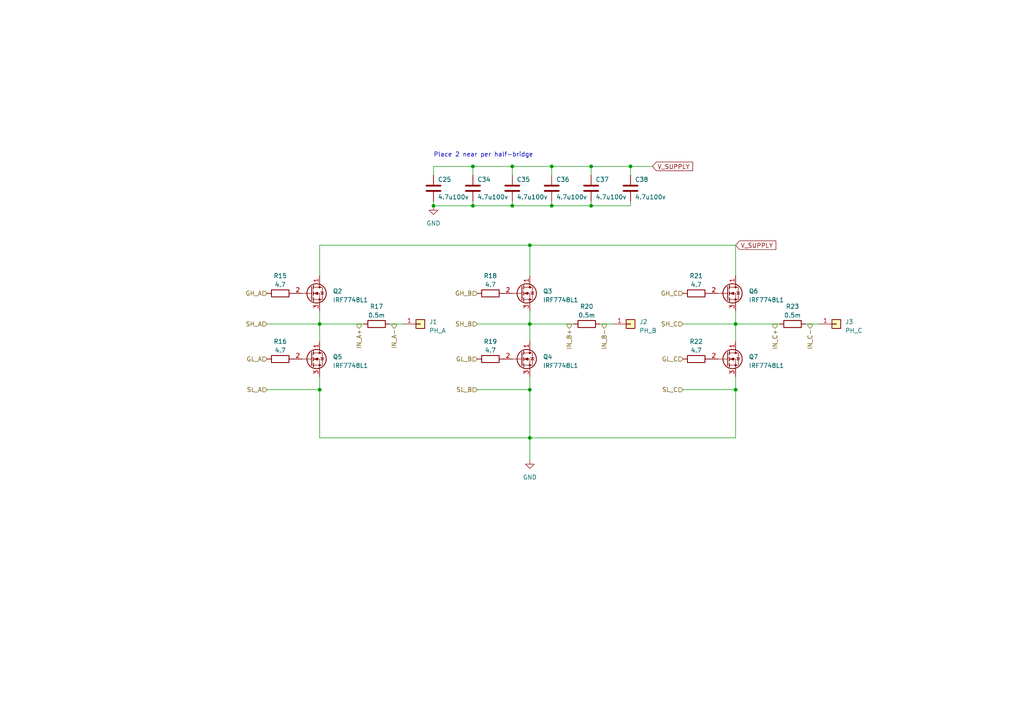
<source format=kicad_sch>
(kicad_sch (version 20230121) (generator eeschema)
  (paper "A4")
  (lib_symbols
    (symbol "Connector_Generic:Conn_01x01" (pin_names (offset 1.016) hide)
      (property "Reference" "J" (at 0 2.54 0))
      (property "Value" "Conn_01x01" (at 0 -2.54 0))
      (symbol "Conn_01x01_1_1"
        (rectangle (start -1.27 0.127) (end 0 -0.127) (stroke (width 0.1524)))
        (rectangle (start -1.27 1.27) (end 1.27 -1.27) (stroke (width 0.254)) (fill (type background)))
        (pin passive line (at -5.08 0 0) (length 3.81) (name "Pin_1") (number "1"))
      )
    )
    (symbol "Device:C" (pin_numbers hide) (pin_names (offset 0.254))
      (property "Reference" "C" (at 0.635 2.54 0))
      (property "Value" "C" (at 0.635 -2.54 0))
      (symbol "C_0_1"
        (polyline (pts (xy -2.032 -0.762) (xy 2.032 -0.762)) (stroke (width 0.508)))
        (polyline (pts (xy -2.032 0.762) (xy 2.032 0.762)) (stroke (width 0.508)))
      )
      (symbol "C_1_1"
        (pin passive line (at 0 3.81 270) (length 2.794) (name "~") (number "1"))
        (pin passive line (at 0 -3.81 90) (length 2.794) (name "~") (number "2"))
      )
    )
    (symbol "Device:R" (pin_numbers hide) (pin_names (offset 0))
      (property "Reference" "R" (at 2.032 0 90))
      (property "Value" "R" (at 0 0 90))
      (symbol "R_0_1"
        (rectangle (start -1.016 -2.54) (end 1.016 2.54) (stroke (width 0.254)))
      )
      (symbol "R_1_1"
        (pin passive line (at 0 3.81 270) (length 1.27) (name "~") (number "1"))
        (pin passive line (at 0 -3.81 90) (length 1.27) (name "~") (number "2"))
      )
    )
    (symbol "Transistor_FET:IRF7748L1" (pin_names hide)
      (property "Reference" "Q" (at 5.08 1.905 0))
      (property "Value" "IRF7748L1" (at 5.08 0 0))
      (symbol "IRF7748L1_0_1"
        (polyline (pts (xy 0.254 0) (xy -2.54 0)))
        (polyline (pts (xy 0.254 1.905) (xy 0.254 -1.905)) (stroke (width 0.254)))
        (polyline (pts (xy 0.762 -1.27) (xy 0.762 -2.286)) (stroke (width 0.254)))
        (polyline (pts (xy 0.762 0.508) (xy 0.762 -0.508)) (stroke (width 0.254)))
        (polyline (pts (xy 0.762 2.286) (xy 0.762 1.27)) (stroke (width 0.254)))
        (polyline (pts (xy 2.54 2.54) (xy 2.54 1.778)))
        (polyline (pts (xy 2.54 -2.54) (xy 2.54 0) (xy 0.762 0)))
        (polyline (pts (xy 0.762 -1.778) (xy 3.302 -1.778) (xy 3.302 1.778) (xy 0.762 1.778)))
        (polyline (pts (xy 1.016 0) (xy 2.032 0.381) (xy 2.032 -0.381) (xy 1.016 0)) (fill (type outline)))
        (polyline (pts (xy 2.794 0.508) (xy 2.921 0.381) (xy 3.683 0.381) (xy 3.81 0.254)))
        (polyline (pts (xy 3.302 0.381) (xy 2.921 -0.254) (xy 3.683 -0.254) (xy 3.302 0.381)))
        (circle (center 1.651 0) (radius 2.794) (stroke (width 0.254)))
        (circle (center 2.54 -1.778) (radius 0.254) (fill (type outline)))
        (circle (center 2.54 1.778) (radius 0.254) (fill (type outline)))
      )
      (symbol "IRF7748L1_1_1"
        (pin passive line (at 2.54 5.08 270) (length 2.54) (name "D") (number "1"))
        (pin input line (at -5.08 0 0) (length 2.54) (name "G") (number "2"))
        (pin passive line (at 2.54 -5.08 90) (length 2.54) (name "S") (number "3"))
      )
    )
    (symbol "power:GND" (power) (pin_names (offset 0))
      (property "Value" "GND" (at 0 -3.81 0))
      (symbol "GND_0_1"
        (polyline (pts (xy 0 0) (xy 0 -1.27) (xy 1.27 -1.27) (xy 0 -2.54) (xy -1.27 -1.27) (xy 0 -1.27)))
      )
      (symbol "GND_1_1"
        (pin power_in line (at 0 0 270) (length 0) hide (name "GND") (number "1"))
      )
    )
  )
  (junction (at 160.02 59.69))
  (junction (at 92.71 113.03))
  (junction (at 160.02 48.26))
  (junction (at 213.36 93.98))
  (junction (at 182.88 48.26))
  (junction (at 137.16 48.26))
  (junction (at 213.36 113.03))
  (junction (at 148.59 59.69))
  (junction (at 153.67 93.98))
  (junction (at 125.73 59.69))
  (junction (at 171.45 59.69))
  (junction (at 153.67 113.03))
  (junction (at 137.16 59.69))
  (junction (at 148.59 48.26))
  (junction (at 153.67 127))
  (junction (at 92.71 93.98))
  (junction (at 153.67 71.12))
  (junction (at 171.45 48.26))
  (wire (pts (xy 153.67 127) (xy 153.67 113.03)))
  (wire (pts (xy 160.02 59.69) (xy 171.45 59.69)))
  (wire (pts (xy 213.36 127) (xy 213.36 113.03)))
  (wire (pts (xy 138.43 93.98) (xy 153.67 93.98)))
  (wire (pts (xy 92.71 127) (xy 153.67 127)))
  (wire (pts (xy 92.71 71.12) (xy 153.67 71.12)))
  (wire (pts (xy 137.16 48.26) (xy 125.73 48.26)))
  (wire (pts (xy 153.67 93.98) (xy 166.37 93.98)))
  (wire (pts (xy 160.02 48.26) (xy 148.59 48.26)))
  (wire (pts (xy 153.67 93.98) (xy 153.67 99.06)))
  (wire (pts (xy 153.67 71.12) (xy 213.36 71.12)))
  (wire (pts (xy 92.71 93.98) (xy 105.41 93.98)))
  (wire (pts (xy 160.02 48.26) (xy 160.02 50.8)))
  (wire (pts (xy 92.71 93.98) (xy 92.71 99.06)))
  (wire (pts (xy 171.45 48.26) (xy 171.45 50.8)))
  (wire (pts (xy 233.68 93.98) (xy 237.49 93.98)))
  (wire (pts (xy 198.12 93.98) (xy 213.36 93.98)))
  (wire (pts (xy 92.71 71.12) (xy 92.71 80.01)))
  (wire (pts (xy 171.45 48.26) (xy 160.02 48.26)))
  (wire (pts (xy 189.23 48.26) (xy 182.88 48.26)))
  (wire (pts (xy 148.59 59.69) (xy 160.02 59.69)))
  (wire (pts (xy 153.67 71.12) (xy 153.67 80.01)))
  (wire (pts (xy 171.45 58.42) (xy 171.45 59.69)))
  (wire (pts (xy 182.88 48.26) (xy 182.88 50.8)))
  (wire (pts (xy 92.71 113.03) (xy 92.71 127)))
  (wire (pts (xy 153.67 109.22) (xy 153.67 113.03)))
  (wire (pts (xy 213.36 93.98) (xy 226.06 93.98)))
  (wire (pts (xy 92.71 109.22) (xy 92.71 113.03)))
  (wire (pts (xy 213.36 109.22) (xy 213.36 113.03)))
  (wire (pts (xy 160.02 58.42) (xy 160.02 59.69)))
  (wire (pts (xy 148.59 58.42) (xy 148.59 59.69)))
  (wire (pts (xy 153.67 127) (xy 213.36 127)))
  (wire (pts (xy 77.47 93.98) (xy 92.71 93.98)))
  (wire (pts (xy 138.43 113.03) (xy 153.67 113.03)))
  (wire (pts (xy 213.36 90.17) (xy 213.36 93.98)))
  (wire (pts (xy 148.59 48.26) (xy 137.16 48.26)))
  (wire (pts (xy 125.73 48.26) (xy 125.73 50.8)))
  (wire (pts (xy 125.73 58.42) (xy 125.73 59.69)))
  (wire (pts (xy 153.67 90.17) (xy 153.67 93.98)))
  (wire (pts (xy 153.67 127) (xy 153.67 133.35)))
  (wire (pts (xy 77.47 113.03) (xy 92.71 113.03)))
  (wire (pts (xy 173.99 93.98) (xy 177.8 93.98)))
  (wire (pts (xy 137.16 48.26) (xy 137.16 50.8)))
  (wire (pts (xy 125.73 59.69) (xy 137.16 59.69)))
  (wire (pts (xy 113.03 93.98) (xy 116.84 93.98)))
  (wire (pts (xy 137.16 59.69) (xy 148.59 59.69)))
  (wire (pts (xy 92.71 90.17) (xy 92.71 93.98)))
  (wire (pts (xy 182.88 48.26) (xy 171.45 48.26)))
  (wire (pts (xy 171.45 59.69) (xy 182.88 59.69)))
  (wire (pts (xy 148.59 48.26) (xy 148.59 50.8)))
  (wire (pts (xy 198.12 113.03) (xy 213.36 113.03)))
  (wire (pts (xy 213.36 93.98) (xy 213.36 99.06)))
  (wire (pts (xy 137.16 58.42) (xy 137.16 59.69)))
  (wire (pts (xy 213.36 71.12) (xy 213.36 80.01)))
  (wire (pts (xy 182.88 58.42) (xy 182.88 59.69)))
  (text "Place 2 near per half-bridge" (at 125.73 45.72 0) (effects (font (size 1.27 1.27)) (justify left bottom)))
  (global_label "V_SUPPLY" (shape input) (at 213.36 71.12 0) (property "Intersheetrefs" "${INTERSHEET_REFS}" (effects hide)))
  (global_label "V_SUPPLY" (shape input) (at 189.23 48.26 0) (property "Intersheetrefs" "${INTERSHEET_REFS}" (effects hide)))
  (hierarchical_label "IN_A-" (shape output) (at 114.3 93.98 270))
  (hierarchical_label "GH_B" (shape input) (at 138.43 85.09 180))
  (hierarchical_label "GL_C" (shape input) (at 198.12 104.14 180))
  (hierarchical_label "IN_A+" (shape output) (at 104.14 93.98 270))
  (hierarchical_label "IN_B+" (shape output) (at 165.1 93.98 270))
  (hierarchical_label "SL_A" (shape input) (at 77.47 113.03 180))
  (hierarchical_label "SH_B" (shape input) (at 138.43 93.98 180))
  (hierarchical_label "SL_B" (shape input) (at 138.43 113.03 180))
  (hierarchical_label "GL_A" (shape input) (at 77.47 104.14 180))
  (hierarchical_label "GL_B" (shape input) (at 138.43 104.14 180))
  (hierarchical_label "SL_C" (shape input) (at 198.12 113.03 180))
  (hierarchical_label "IN_C-" (shape output) (at 234.95 93.98 270))
  (hierarchical_label "IN_C+" (shape output) (at 224.79 93.98 270))
  (hierarchical_label "SH_A" (shape input) (at 77.47 93.98 180))
  (hierarchical_label "SH_C" (shape input) (at 198.12 93.98 180))
  (hierarchical_label "GH_C" (shape input) (at 198.12 85.09 180))
  (hierarchical_label "GH_A" (shape input) (at 77.47 85.09 180))
  (hierarchical_label "IN_B-" (shape output) (at 175.26 93.98 270))
  (symbol (lib_id "Device:C") (at 160.02 54.61 0) (unit 1)
    (property "Reference" "C36" (at 161.29 52.07 0) (effects (justify left)))
    (property "Value" "4.7u100v" (at 161.29 57.15 0) (effects (justify left)))
  )
  (symbol (lib_id "Transistor_FET:IRF7748L1") (at 210.82 85.09 0) (unit 1)
    (property "Reference" "Q6" (at 217.17 84.455 0) (effects (justify left)))
    (property "Value" "IRF7748L1" (at 217.17 86.995 0) (effects (justify left)))
    (property "Footprint" "Package_DirectFET:DirectFET_L6" (effects hide))
    (property "Datasheet" "https://www.infineon.com/dgdl/irf7748l1pbf.pdf?fileId=5546d462533600a40153560434c11c9e" (effects hide))
  )
  (symbol (lib_id "Transistor_FET:IRF7748L1") (at 151.13 104.14 0) (unit 1)
    (property "Reference" "Q4" (at 157.48 103.505 0) (effects (justify left)))
    (property "Value" "IRF7748L1" (at 157.48 106.045 0) (effects (justify left)))
    (property "Footprint" "Package_DirectFET:DirectFET_L6" (effects hide))
    (property "Datasheet" "https://www.infineon.com/dgdl/irf7748l1pbf.pdf?fileId=5546d462533600a40153560434c11c9e" (effects hide))
  )
  (symbol (lib_id "Device:C") (at 125.73 54.61 0) (unit 1)
    (property "Reference" "C25" (at 127 52.07 0) (effects (justify left)))
    (property "Value" "4.7u100v" (at 127 57.15 0) (effects (justify left)))
  )
  (symbol (lib_id "Device:C") (at 148.59 54.61 0) (unit 1)
    (property "Reference" "C35" (at 149.86 52.07 0) (effects (justify left)))
    (property "Value" "4.7u100v" (at 149.86 57.15 0) (effects (justify left)))
  )
  (symbol (lib_id "Device:R") (at 201.93 104.14 90) (unit 1)
    (property "Reference" "R22" (at 201.93 99.06 90))
    (property "Value" "4.7" (at 201.93 101.6 90))
  )
  (symbol (lib_id "Device:C") (at 137.16 54.61 0) (unit 1)
    (property "Reference" "C34" (at 138.43 52.07 0) (effects (justify left)))
    (property "Value" "4.7u100v" (at 138.43 57.15 0) (effects (justify left)))
  )
  (symbol (lib_id "Device:R") (at 81.28 104.14 90) (unit 1)
    (property "Reference" "R16" (at 81.28 99.06 90))
    (property "Value" "4.7" (at 81.28 101.6 90))
  )
  (symbol (lib_id "Transistor_FET:IRF7748L1") (at 90.17 85.09 0) (unit 1)
    (property "Reference" "Q2" (at 96.52 84.455 0) (effects (justify left)))
    (property "Value" "IRF7748L1" (at 96.52 86.995 0) (effects (justify left)))
    (property "Footprint" "Package_DirectFET:DirectFET_L6" (effects hide))
    (property "Datasheet" "https://www.infineon.com/dgdl/irf7748l1pbf.pdf?fileId=5546d462533600a40153560434c11c9e" (effects hide))
  )
  (symbol (lib_id "Transistor_FET:IRF7748L1") (at 151.13 85.09 0) (unit 1)
    (property "Reference" "Q3" (at 157.48 84.455 0) (effects (justify left)))
    (property "Value" "IRF7748L1" (at 157.48 86.995 0) (effects (justify left)))
    (property "Footprint" "Package_DirectFET:DirectFET_L6" (effects hide))
    (property "Datasheet" "https://www.infineon.com/dgdl/irf7748l1pbf.pdf?fileId=5546d462533600a40153560434c11c9e" (effects hide))
  )
  (symbol (lib_id "Device:R") (at 142.24 104.14 90) (unit 1)
    (property "Reference" "R19" (at 142.24 99.06 90))
    (property "Value" "4.7" (at 142.24 101.6 90))
  )
  (symbol (lib_id "Device:R") (at 201.93 85.09 90) (unit 1)
    (property "Reference" "R21" (at 201.93 80.01 90))
    (property "Value" "4.7" (at 201.93 82.55 90))
  )
  (symbol (lib_id "Connector_Generic:Conn_01x01") (at 242.57 93.98 0) (unit 1)
    (property "Reference" "J3" (at 245.11 93.345 0) (effects (justify left)))
    (property "Value" "PH_C" (at 245.11 95.885 0) (effects (justify left)))
  )
  (symbol (lib_id "Transistor_FET:IRF7748L1") (at 90.17 104.14 0) (unit 1)
    (property "Reference" "Q5" (at 96.52 103.505 0) (effects (justify left)))
    (property "Value" "IRF7748L1" (at 96.52 106.045 0) (effects (justify left)))
    (property "Footprint" "Package_DirectFET:DirectFET_L6" (effects hide))
    (property "Datasheet" "https://www.infineon.com/dgdl/irf7748l1pbf.pdf?fileId=5546d462533600a40153560434c11c9e" (effects hide))
  )
  (symbol (lib_id "Transistor_FET:IRF7748L1") (at 210.82 104.14 0) (unit 1)
    (property "Reference" "Q7" (at 217.17 103.505 0) (effects (justify left)))
    (property "Value" "IRF7748L1" (at 217.17 106.045 0) (effects (justify left)))
    (property "Footprint" "Package_DirectFET:DirectFET_L6" (effects hide))
    (property "Datasheet" "https://www.infineon.com/dgdl/irf7748l1pbf.pdf?fileId=5546d462533600a40153560434c11c9e" (effects hide))
  )
  (symbol (lib_id "Device:R") (at 170.18 93.98 90) (unit 1)
    (property "Reference" "R20" (at 170.18 88.9 90))
    (property "Value" "0.5m" (at 170.18 91.44 90))
  )
  (symbol (lib_id "power:GND") (at 153.67 133.35 0) (unit 1)
    (property "Reference" "#PWR036" (effects hide))
    (property "Value" "GND" (at 153.67 138.43 0))
  )
  (symbol (lib_id "Device:R") (at 229.87 93.98 90) (unit 1)
    (property "Reference" "R23" (at 229.87 88.9 90))
    (property "Value" "0.5m" (at 229.87 91.44 90))
  )
  (symbol (lib_id "power:GND") (at 125.73 59.69 0) (unit 1)
    (property "Reference" "#PWR037" (effects hide))
    (property "Value" "GND" (at 125.73 64.77 0))
  )
  (symbol (lib_id "Device:C") (at 182.88 54.61 0) (unit 1)
    (property "Reference" "C38" (at 184.15 52.07 0) (effects (justify left)))
    (property "Value" "4.7u100v" (at 184.15 57.15 0) (effects (justify left)))
  )
  (symbol (lib_id "Device:R") (at 142.24 85.09 90) (unit 1)
    (property "Reference" "R18" (at 142.24 80.01 90))
    (property "Value" "4.7" (at 142.24 82.55 90))
  )
  (symbol (lib_id "Connector_Generic:Conn_01x01") (at 182.88 93.98 0) (unit 1)
    (property "Reference" "J2" (at 185.42 93.345 0) (effects (justify left)))
    (property "Value" "PH_B" (at 185.42 95.885 0) (effects (justify left)))
  )
  (symbol (lib_id "Device:R") (at 109.22 93.98 90) (unit 1)
    (property "Reference" "R17" (at 109.22 88.9 90))
    (property "Value" "0.5m" (at 109.22 91.44 90))
  )
  (symbol (lib_id "Device:R") (at 81.28 85.09 90) (unit 1)
    (property "Reference" "R15" (at 81.28 80.01 90))
    (property "Value" "4.7" (at 81.28 82.55 90))
  )
  (symbol (lib_id "Device:C") (at 171.45 54.61 0) (unit 1)
    (property "Reference" "C37" (at 172.72 52.07 0) (effects (justify left)))
    (property "Value" "4.7u100v" (at 172.72 57.15 0) (effects (justify left)))
  )
  (symbol (lib_id "Connector_Generic:Conn_01x01") (at 121.92 93.98 0) (unit 1)
    (property "Reference" "J1" (at 124.46 93.345 0) (effects (justify left)))
    (property "Value" "PH_A" (at 124.46 95.885 0) (effects (justify left)))
  )
)
</source>
